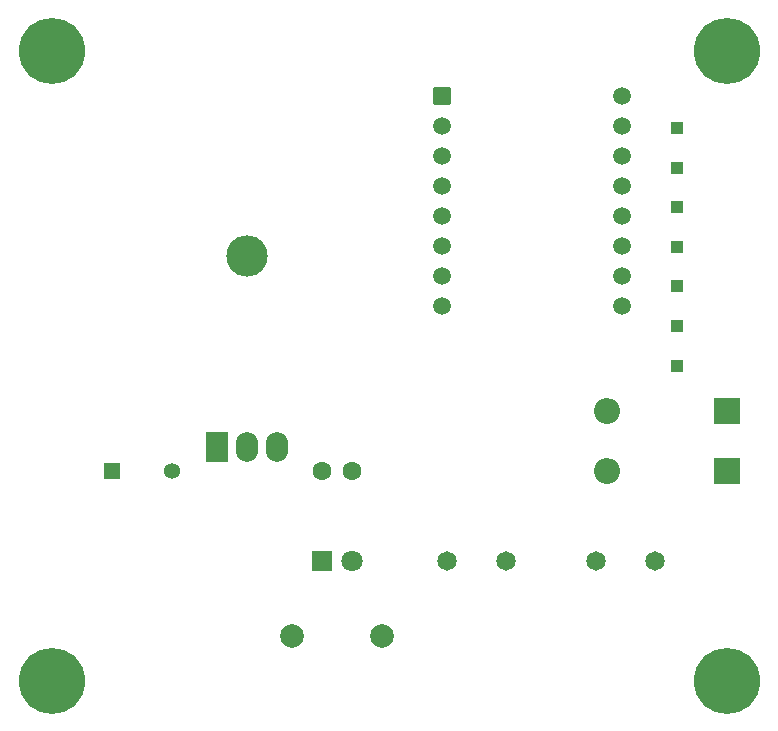
<source format=gbr>
%TF.GenerationSoftware,KiCad,Pcbnew,7.0.9*%
%TF.CreationDate,2025-08-10T16:09:38+02:00*%
%TF.ProjectId,Kicad_Projet_Sons_HW896_V1,4b696361-645f-4507-926f-6a65745f536f,rev?*%
%TF.SameCoordinates,Original*%
%TF.FileFunction,Soldermask,Bot*%
%TF.FilePolarity,Negative*%
%FSLAX46Y46*%
G04 Gerber Fmt 4.6, Leading zero omitted, Abs format (unit mm)*
G04 Created by KiCad (PCBNEW 7.0.9) date 2025-08-10 16:09:38*
%MOMM*%
%LPD*%
G01*
G04 APERTURE LIST*
G04 Aperture macros list*
%AMRoundRect*
0 Rectangle with rounded corners*
0 $1 Rounding radius*
0 $2 $3 $4 $5 $6 $7 $8 $9 X,Y pos of 4 corners*
0 Add a 4 corners polygon primitive as box body*
4,1,4,$2,$3,$4,$5,$6,$7,$8,$9,$2,$3,0*
0 Add four circle primitives for the rounded corners*
1,1,$1+$1,$2,$3*
1,1,$1+$1,$4,$5*
1,1,$1+$1,$6,$7*
1,1,$1+$1,$8,$9*
0 Add four rect primitives between the rounded corners*
20,1,$1+$1,$2,$3,$4,$5,0*
20,1,$1+$1,$4,$5,$6,$7,0*
20,1,$1+$1,$6,$7,$8,$9,0*
20,1,$1+$1,$8,$9,$2,$3,0*%
G04 Aperture macros list end*
%ADD10C,5.600000*%
%ADD11R,1.357000X1.357000*%
%ADD12C,1.357000*%
%ADD13R,1.800000X1.800000*%
%ADD14C,1.800000*%
%ADD15C,1.650000*%
%ADD16R,2.200000X2.200000*%
%ADD17O,2.200000X2.200000*%
%ADD18R,1.000000X1.000000*%
%ADD19C,2.000000*%
%ADD20C,1.600000*%
%ADD21RoundRect,0.102000X-0.654000X-0.654000X0.654000X-0.654000X0.654000X0.654000X-0.654000X0.654000X0*%
%ADD22C,1.512000*%
%ADD23O,3.500000X3.500000*%
%ADD24R,1.900000X2.500000*%
%ADD25O,1.900000X2.500000*%
G04 APERTURE END LIST*
D10*
%TO.C,REF3*%
X173990000Y-104140000D03*
%TD*%
D11*
%TO.C,C1*%
X121920000Y-86360000D03*
D12*
X127000000Y-86360000D03*
%TD*%
D13*
%TO.C,D3*%
X139700000Y-93980000D03*
D14*
X142240000Y-93980000D03*
%TD*%
D15*
%TO.C,J2*%
X167894000Y-93980000D03*
X162894000Y-93980000D03*
%TD*%
D16*
%TO.C,D1*%
X173990000Y-86360000D03*
D17*
X163830000Y-86360000D03*
%TD*%
D10*
%TO.C,REF2*%
X173990000Y-50800000D03*
%TD*%
D18*
%TO.C,J6*%
X169799000Y-67420000D03*
%TD*%
%TO.C,J4*%
X169799000Y-60720000D03*
%TD*%
%TO.C,J3*%
X169799000Y-57370000D03*
%TD*%
D10*
%TO.C,REF1*%
X116840000Y-50800000D03*
%TD*%
D19*
%TO.C,R1*%
X137160000Y-100330000D03*
X144780000Y-100330000D03*
%TD*%
D20*
%TO.C,C3*%
X139740000Y-86360000D03*
X142240000Y-86360000D03*
%TD*%
D18*
%TO.C,J8*%
X169799000Y-74120000D03*
%TD*%
%TO.C,J9*%
X169799000Y-77470000D03*
%TD*%
D21*
%TO.C,U2*%
X149860000Y-54610000D03*
D22*
X149860000Y-57150000D03*
X149860000Y-59690000D03*
X149860000Y-62230000D03*
X149860000Y-64770000D03*
X149860000Y-67310000D03*
X149860000Y-69850000D03*
X149860000Y-72390000D03*
X165100000Y-72390000D03*
X165100000Y-69850000D03*
X165100000Y-67310000D03*
X165100000Y-64770000D03*
X165100000Y-62230000D03*
X165100000Y-59690000D03*
X165100000Y-57150000D03*
X165100000Y-54610000D03*
%TD*%
D10*
%TO.C,REF4*%
X116840000Y-104140000D03*
%TD*%
D18*
%TO.C,J5*%
X169799000Y-64070000D03*
%TD*%
D15*
%TO.C,J1*%
X155321000Y-93980000D03*
X150321000Y-93980000D03*
%TD*%
D23*
%TO.C,U1*%
X133350000Y-68199000D03*
D24*
X130810000Y-84399000D03*
D25*
X133350000Y-84399000D03*
X135890000Y-84399000D03*
%TD*%
D18*
%TO.C,J7*%
X169799000Y-70770000D03*
%TD*%
D16*
%TO.C,D2*%
X173990000Y-81280000D03*
D17*
X163830000Y-81280000D03*
%TD*%
M02*

</source>
